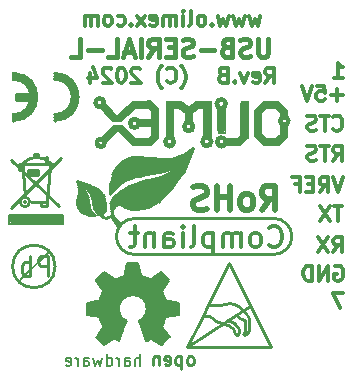
<source format=gbr>
%TF.GenerationSoftware,KiCad,Pcbnew,7.0.9-7.0.9~ubuntu22.04.1*%
%TF.CreationDate,2024-02-22T15:11:35+02:00*%
%TF.ProjectId,USB-SERIAL-L_Rev_B,5553422d-5345-4524-9941-4c2d4c5f5265,B*%
%TF.SameCoordinates,PX5f5e100PY7270e00*%
%TF.FileFunction,Legend,Bot*%
%TF.FilePolarity,Positive*%
%FSLAX46Y46*%
G04 Gerber Fmt 4.6, Leading zero omitted, Abs format (unit mm)*
G04 Created by KiCad (PCBNEW 7.0.9-7.0.9~ubuntu22.04.1) date 2024-02-22 15:11:35*
%MOMM*%
%LPD*%
G01*
G04 APERTURE LIST*
%ADD10C,0.381000*%
%ADD11C,0.317500*%
%ADD12C,0.304800*%
%ADD13C,0.254000*%
%ADD14C,0.180000*%
%ADD15C,0.500000*%
%ADD16C,0.350000*%
%ADD17C,0.400000*%
%ADD18C,0.700000*%
%ADD19C,0.100000*%
%ADD20C,0.150000*%
%ADD21C,0.370000*%
%ADD22C,0.380000*%
%ADD23C,1.000000*%
%ADD24C,0.420000*%
%ADD25C,0.200000*%
%ADD26C,0.127000*%
%ADD27C,0.508000*%
%ADD28C,0.300000*%
G04 APERTURE END LIST*
D10*
X23095656Y28281181D02*
X23095656Y27047467D01*
X23095656Y27047467D02*
X23023085Y26902324D01*
X23023085Y26902324D02*
X22950514Y26829752D01*
X22950514Y26829752D02*
X22805371Y26757181D01*
X22805371Y26757181D02*
X22515085Y26757181D01*
X22515085Y26757181D02*
X22369942Y26829752D01*
X22369942Y26829752D02*
X22297371Y26902324D01*
X22297371Y26902324D02*
X22224799Y27047467D01*
X22224799Y27047467D02*
X22224799Y28281181D01*
X21571657Y26829752D02*
X21353943Y26757181D01*
X21353943Y26757181D02*
X20991085Y26757181D01*
X20991085Y26757181D02*
X20845943Y26829752D01*
X20845943Y26829752D02*
X20773371Y26902324D01*
X20773371Y26902324D02*
X20700800Y27047467D01*
X20700800Y27047467D02*
X20700800Y27192610D01*
X20700800Y27192610D02*
X20773371Y27337752D01*
X20773371Y27337752D02*
X20845943Y27410324D01*
X20845943Y27410324D02*
X20991085Y27482895D01*
X20991085Y27482895D02*
X21281371Y27555467D01*
X21281371Y27555467D02*
X21426514Y27628038D01*
X21426514Y27628038D02*
X21499085Y27700610D01*
X21499085Y27700610D02*
X21571657Y27845752D01*
X21571657Y27845752D02*
X21571657Y27990895D01*
X21571657Y27990895D02*
X21499085Y28136038D01*
X21499085Y28136038D02*
X21426514Y28208610D01*
X21426514Y28208610D02*
X21281371Y28281181D01*
X21281371Y28281181D02*
X20918514Y28281181D01*
X20918514Y28281181D02*
X20700800Y28208610D01*
X19539656Y27555467D02*
X19321942Y27482895D01*
X19321942Y27482895D02*
X19249371Y27410324D01*
X19249371Y27410324D02*
X19176799Y27265181D01*
X19176799Y27265181D02*
X19176799Y27047467D01*
X19176799Y27047467D02*
X19249371Y26902324D01*
X19249371Y26902324D02*
X19321942Y26829752D01*
X19321942Y26829752D02*
X19467085Y26757181D01*
X19467085Y26757181D02*
X20047656Y26757181D01*
X20047656Y26757181D02*
X20047656Y28281181D01*
X20047656Y28281181D02*
X19539656Y28281181D01*
X19539656Y28281181D02*
X19394514Y28208610D01*
X19394514Y28208610D02*
X19321942Y28136038D01*
X19321942Y28136038D02*
X19249371Y27990895D01*
X19249371Y27990895D02*
X19249371Y27845752D01*
X19249371Y27845752D02*
X19321942Y27700610D01*
X19321942Y27700610D02*
X19394514Y27628038D01*
X19394514Y27628038D02*
X19539656Y27555467D01*
X19539656Y27555467D02*
X20047656Y27555467D01*
X18523656Y27337752D02*
X17362514Y27337752D01*
X16709371Y26829752D02*
X16491657Y26757181D01*
X16491657Y26757181D02*
X16128799Y26757181D01*
X16128799Y26757181D02*
X15983657Y26829752D01*
X15983657Y26829752D02*
X15911085Y26902324D01*
X15911085Y26902324D02*
X15838514Y27047467D01*
X15838514Y27047467D02*
X15838514Y27192610D01*
X15838514Y27192610D02*
X15911085Y27337752D01*
X15911085Y27337752D02*
X15983657Y27410324D01*
X15983657Y27410324D02*
X16128799Y27482895D01*
X16128799Y27482895D02*
X16419085Y27555467D01*
X16419085Y27555467D02*
X16564228Y27628038D01*
X16564228Y27628038D02*
X16636799Y27700610D01*
X16636799Y27700610D02*
X16709371Y27845752D01*
X16709371Y27845752D02*
X16709371Y27990895D01*
X16709371Y27990895D02*
X16636799Y28136038D01*
X16636799Y28136038D02*
X16564228Y28208610D01*
X16564228Y28208610D02*
X16419085Y28281181D01*
X16419085Y28281181D02*
X16056228Y28281181D01*
X16056228Y28281181D02*
X15838514Y28208610D01*
X15185370Y27555467D02*
X14677370Y27555467D01*
X14459656Y26757181D02*
X15185370Y26757181D01*
X15185370Y26757181D02*
X15185370Y28281181D01*
X15185370Y28281181D02*
X14459656Y28281181D01*
X12935656Y26757181D02*
X13443656Y27482895D01*
X13806513Y26757181D02*
X13806513Y28281181D01*
X13806513Y28281181D02*
X13225942Y28281181D01*
X13225942Y28281181D02*
X13080799Y28208610D01*
X13080799Y28208610D02*
X13008228Y28136038D01*
X13008228Y28136038D02*
X12935656Y27990895D01*
X12935656Y27990895D02*
X12935656Y27773181D01*
X12935656Y27773181D02*
X13008228Y27628038D01*
X13008228Y27628038D02*
X13080799Y27555467D01*
X13080799Y27555467D02*
X13225942Y27482895D01*
X13225942Y27482895D02*
X13806513Y27482895D01*
X12282513Y26757181D02*
X12282513Y28281181D01*
X11629371Y27192610D02*
X10903657Y27192610D01*
X11774514Y26757181D02*
X11266514Y28281181D01*
X11266514Y28281181D02*
X10758514Y26757181D01*
X9524799Y26757181D02*
X10250513Y26757181D01*
X10250513Y26757181D02*
X10250513Y28281181D01*
X9016799Y27337752D02*
X7855657Y27337752D01*
X6404228Y26757181D02*
X7129942Y26757181D01*
X7129942Y26757181D02*
X7129942Y28281181D01*
D11*
X22434046Y30232651D02*
X22192141Y29385984D01*
X22192141Y29385984D02*
X21950236Y29990746D01*
X21950236Y29990746D02*
X21708332Y29385984D01*
X21708332Y29385984D02*
X21466427Y30232651D01*
X21103570Y30232651D02*
X20861665Y29385984D01*
X20861665Y29385984D02*
X20619760Y29990746D01*
X20619760Y29990746D02*
X20377856Y29385984D01*
X20377856Y29385984D02*
X20135951Y30232651D01*
X19773094Y30232651D02*
X19531189Y29385984D01*
X19531189Y29385984D02*
X19289284Y29990746D01*
X19289284Y29990746D02*
X19047380Y29385984D01*
X19047380Y29385984D02*
X18805475Y30232651D01*
X18321666Y29506937D02*
X18261189Y29446460D01*
X18261189Y29446460D02*
X18321666Y29385984D01*
X18321666Y29385984D02*
X18382142Y29446460D01*
X18382142Y29446460D02*
X18321666Y29506937D01*
X18321666Y29506937D02*
X18321666Y29385984D01*
X17535475Y29385984D02*
X17656427Y29446460D01*
X17656427Y29446460D02*
X17716904Y29506937D01*
X17716904Y29506937D02*
X17777380Y29627889D01*
X17777380Y29627889D02*
X17777380Y29990746D01*
X17777380Y29990746D02*
X17716904Y30111699D01*
X17716904Y30111699D02*
X17656427Y30172175D01*
X17656427Y30172175D02*
X17535475Y30232651D01*
X17535475Y30232651D02*
X17354046Y30232651D01*
X17354046Y30232651D02*
X17233094Y30172175D01*
X17233094Y30172175D02*
X17172618Y30111699D01*
X17172618Y30111699D02*
X17112142Y29990746D01*
X17112142Y29990746D02*
X17112142Y29627889D01*
X17112142Y29627889D02*
X17172618Y29506937D01*
X17172618Y29506937D02*
X17233094Y29446460D01*
X17233094Y29446460D02*
X17354046Y29385984D01*
X17354046Y29385984D02*
X17535475Y29385984D01*
X16386427Y29385984D02*
X16507379Y29446460D01*
X16507379Y29446460D02*
X16567856Y29567413D01*
X16567856Y29567413D02*
X16567856Y30655984D01*
X15902618Y29385984D02*
X15902618Y30232651D01*
X15902618Y30655984D02*
X15963094Y30595508D01*
X15963094Y30595508D02*
X15902618Y30535032D01*
X15902618Y30535032D02*
X15842141Y30595508D01*
X15842141Y30595508D02*
X15902618Y30655984D01*
X15902618Y30655984D02*
X15902618Y30535032D01*
X15297856Y29385984D02*
X15297856Y30232651D01*
X15297856Y30111699D02*
X15237379Y30172175D01*
X15237379Y30172175D02*
X15116427Y30232651D01*
X15116427Y30232651D02*
X14934998Y30232651D01*
X14934998Y30232651D02*
X14814046Y30172175D01*
X14814046Y30172175D02*
X14753570Y30051222D01*
X14753570Y30051222D02*
X14753570Y29385984D01*
X14753570Y30051222D02*
X14693094Y30172175D01*
X14693094Y30172175D02*
X14572141Y30232651D01*
X14572141Y30232651D02*
X14390713Y30232651D01*
X14390713Y30232651D02*
X14269760Y30172175D01*
X14269760Y30172175D02*
X14209284Y30051222D01*
X14209284Y30051222D02*
X14209284Y29385984D01*
X13120713Y29446460D02*
X13241665Y29385984D01*
X13241665Y29385984D02*
X13483570Y29385984D01*
X13483570Y29385984D02*
X13604523Y29446460D01*
X13604523Y29446460D02*
X13664999Y29567413D01*
X13664999Y29567413D02*
X13664999Y30051222D01*
X13664999Y30051222D02*
X13604523Y30172175D01*
X13604523Y30172175D02*
X13483570Y30232651D01*
X13483570Y30232651D02*
X13241665Y30232651D01*
X13241665Y30232651D02*
X13120713Y30172175D01*
X13120713Y30172175D02*
X13060237Y30051222D01*
X13060237Y30051222D02*
X13060237Y29930270D01*
X13060237Y29930270D02*
X13664999Y29809318D01*
X12636904Y29385984D02*
X11971666Y30232651D01*
X12636904Y30232651D02*
X11971666Y29385984D01*
X11487857Y29506937D02*
X11427380Y29446460D01*
X11427380Y29446460D02*
X11487857Y29385984D01*
X11487857Y29385984D02*
X11548333Y29446460D01*
X11548333Y29446460D02*
X11487857Y29506937D01*
X11487857Y29506937D02*
X11487857Y29385984D01*
X10338809Y29446460D02*
X10459761Y29385984D01*
X10459761Y29385984D02*
X10701666Y29385984D01*
X10701666Y29385984D02*
X10822618Y29446460D01*
X10822618Y29446460D02*
X10883095Y29506937D01*
X10883095Y29506937D02*
X10943571Y29627889D01*
X10943571Y29627889D02*
X10943571Y29990746D01*
X10943571Y29990746D02*
X10883095Y30111699D01*
X10883095Y30111699D02*
X10822618Y30172175D01*
X10822618Y30172175D02*
X10701666Y30232651D01*
X10701666Y30232651D02*
X10459761Y30232651D01*
X10459761Y30232651D02*
X10338809Y30172175D01*
X9613095Y29385984D02*
X9734047Y29446460D01*
X9734047Y29446460D02*
X9794524Y29506937D01*
X9794524Y29506937D02*
X9855000Y29627889D01*
X9855000Y29627889D02*
X9855000Y29990746D01*
X9855000Y29990746D02*
X9794524Y30111699D01*
X9794524Y30111699D02*
X9734047Y30172175D01*
X9734047Y30172175D02*
X9613095Y30232651D01*
X9613095Y30232651D02*
X9431666Y30232651D01*
X9431666Y30232651D02*
X9310714Y30172175D01*
X9310714Y30172175D02*
X9250238Y30111699D01*
X9250238Y30111699D02*
X9189762Y29990746D01*
X9189762Y29990746D02*
X9189762Y29627889D01*
X9189762Y29627889D02*
X9250238Y29506937D01*
X9250238Y29506937D02*
X9310714Y29446460D01*
X9310714Y29446460D02*
X9431666Y29385984D01*
X9431666Y29385984D02*
X9613095Y29385984D01*
X8645476Y29385984D02*
X8645476Y30232651D01*
X8645476Y30111699D02*
X8584999Y30172175D01*
X8584999Y30172175D02*
X8464047Y30232651D01*
X8464047Y30232651D02*
X8282618Y30232651D01*
X8282618Y30232651D02*
X8161666Y30172175D01*
X8161666Y30172175D02*
X8101190Y30051222D01*
X8101190Y30051222D02*
X8101190Y29385984D01*
X8101190Y30051222D02*
X8040714Y30172175D01*
X8040714Y30172175D02*
X7919761Y30232651D01*
X7919761Y30232651D02*
X7738333Y30232651D01*
X7738333Y30232651D02*
X7617380Y30172175D01*
X7617380Y30172175D02*
X7556904Y30051222D01*
X7556904Y30051222D02*
X7556904Y29385984D01*
X22857380Y24559984D02*
X23280714Y25164746D01*
X23583095Y24559984D02*
X23583095Y25829984D01*
X23583095Y25829984D02*
X23099285Y25829984D01*
X23099285Y25829984D02*
X22978333Y25769508D01*
X22978333Y25769508D02*
X22917856Y25709032D01*
X22917856Y25709032D02*
X22857380Y25588080D01*
X22857380Y25588080D02*
X22857380Y25406651D01*
X22857380Y25406651D02*
X22917856Y25285699D01*
X22917856Y25285699D02*
X22978333Y25225222D01*
X22978333Y25225222D02*
X23099285Y25164746D01*
X23099285Y25164746D02*
X23583095Y25164746D01*
X21829285Y24620460D02*
X21950237Y24559984D01*
X21950237Y24559984D02*
X22192142Y24559984D01*
X22192142Y24559984D02*
X22313095Y24620460D01*
X22313095Y24620460D02*
X22373571Y24741413D01*
X22373571Y24741413D02*
X22373571Y25225222D01*
X22373571Y25225222D02*
X22313095Y25346175D01*
X22313095Y25346175D02*
X22192142Y25406651D01*
X22192142Y25406651D02*
X21950237Y25406651D01*
X21950237Y25406651D02*
X21829285Y25346175D01*
X21829285Y25346175D02*
X21768809Y25225222D01*
X21768809Y25225222D02*
X21768809Y25104270D01*
X21768809Y25104270D02*
X22373571Y24983318D01*
X21345476Y25406651D02*
X21043095Y24559984D01*
X21043095Y24559984D02*
X20740714Y25406651D01*
X20256905Y24680937D02*
X20196428Y24620460D01*
X20196428Y24620460D02*
X20256905Y24559984D01*
X20256905Y24559984D02*
X20317381Y24620460D01*
X20317381Y24620460D02*
X20256905Y24680937D01*
X20256905Y24680937D02*
X20256905Y24559984D01*
X19228809Y25225222D02*
X19047381Y25164746D01*
X19047381Y25164746D02*
X18986904Y25104270D01*
X18986904Y25104270D02*
X18926428Y24983318D01*
X18926428Y24983318D02*
X18926428Y24801889D01*
X18926428Y24801889D02*
X18986904Y24680937D01*
X18986904Y24680937D02*
X19047381Y24620460D01*
X19047381Y24620460D02*
X19168333Y24559984D01*
X19168333Y24559984D02*
X19652143Y24559984D01*
X19652143Y24559984D02*
X19652143Y25829984D01*
X19652143Y25829984D02*
X19228809Y25829984D01*
X19228809Y25829984D02*
X19107857Y25769508D01*
X19107857Y25769508D02*
X19047381Y25709032D01*
X19047381Y25709032D02*
X18986904Y25588080D01*
X18986904Y25588080D02*
X18986904Y25467127D01*
X18986904Y25467127D02*
X19047381Y25346175D01*
X19047381Y25346175D02*
X19107857Y25285699D01*
X19107857Y25285699D02*
X19228809Y25225222D01*
X19228809Y25225222D02*
X19652143Y25225222D01*
X15733285Y24076175D02*
X15793762Y24136651D01*
X15793762Y24136651D02*
X15914714Y24318080D01*
X15914714Y24318080D02*
X15975190Y24439032D01*
X15975190Y24439032D02*
X16035666Y24620460D01*
X16035666Y24620460D02*
X16096143Y24922841D01*
X16096143Y24922841D02*
X16096143Y25164746D01*
X16096143Y25164746D02*
X16035666Y25467127D01*
X16035666Y25467127D02*
X15975190Y25648556D01*
X15975190Y25648556D02*
X15914714Y25769508D01*
X15914714Y25769508D02*
X15793762Y25950937D01*
X15793762Y25950937D02*
X15733285Y26011413D01*
X14523761Y24680937D02*
X14584237Y24620460D01*
X14584237Y24620460D02*
X14765666Y24559984D01*
X14765666Y24559984D02*
X14886618Y24559984D01*
X14886618Y24559984D02*
X15068047Y24620460D01*
X15068047Y24620460D02*
X15188999Y24741413D01*
X15188999Y24741413D02*
X15249476Y24862365D01*
X15249476Y24862365D02*
X15309952Y25104270D01*
X15309952Y25104270D02*
X15309952Y25285699D01*
X15309952Y25285699D02*
X15249476Y25527603D01*
X15249476Y25527603D02*
X15188999Y25648556D01*
X15188999Y25648556D02*
X15068047Y25769508D01*
X15068047Y25769508D02*
X14886618Y25829984D01*
X14886618Y25829984D02*
X14765666Y25829984D01*
X14765666Y25829984D02*
X14584237Y25769508D01*
X14584237Y25769508D02*
X14523761Y25709032D01*
X14100428Y24076175D02*
X14039952Y24136651D01*
X14039952Y24136651D02*
X13918999Y24318080D01*
X13918999Y24318080D02*
X13858523Y24439032D01*
X13858523Y24439032D02*
X13798047Y24620460D01*
X13798047Y24620460D02*
X13737571Y24922841D01*
X13737571Y24922841D02*
X13737571Y25164746D01*
X13737571Y25164746D02*
X13798047Y25467127D01*
X13798047Y25467127D02*
X13858523Y25648556D01*
X13858523Y25648556D02*
X13918999Y25769508D01*
X13918999Y25769508D02*
X14039952Y25950937D01*
X14039952Y25950937D02*
X14100428Y26011413D01*
X12225666Y25709032D02*
X12165190Y25769508D01*
X12165190Y25769508D02*
X12044237Y25829984D01*
X12044237Y25829984D02*
X11741856Y25829984D01*
X11741856Y25829984D02*
X11620904Y25769508D01*
X11620904Y25769508D02*
X11560428Y25709032D01*
X11560428Y25709032D02*
X11499951Y25588080D01*
X11499951Y25588080D02*
X11499951Y25467127D01*
X11499951Y25467127D02*
X11560428Y25285699D01*
X11560428Y25285699D02*
X12286142Y24559984D01*
X12286142Y24559984D02*
X11499951Y24559984D01*
X10713761Y25829984D02*
X10592808Y25829984D01*
X10592808Y25829984D02*
X10471856Y25769508D01*
X10471856Y25769508D02*
X10411380Y25709032D01*
X10411380Y25709032D02*
X10350904Y25588080D01*
X10350904Y25588080D02*
X10290427Y25346175D01*
X10290427Y25346175D02*
X10290427Y25043794D01*
X10290427Y25043794D02*
X10350904Y24801889D01*
X10350904Y24801889D02*
X10411380Y24680937D01*
X10411380Y24680937D02*
X10471856Y24620460D01*
X10471856Y24620460D02*
X10592808Y24559984D01*
X10592808Y24559984D02*
X10713761Y24559984D01*
X10713761Y24559984D02*
X10834713Y24620460D01*
X10834713Y24620460D02*
X10895189Y24680937D01*
X10895189Y24680937D02*
X10955666Y24801889D01*
X10955666Y24801889D02*
X11016142Y25043794D01*
X11016142Y25043794D02*
X11016142Y25346175D01*
X11016142Y25346175D02*
X10955666Y25588080D01*
X10955666Y25588080D02*
X10895189Y25709032D01*
X10895189Y25709032D02*
X10834713Y25769508D01*
X10834713Y25769508D02*
X10713761Y25829984D01*
X9806618Y25709032D02*
X9746142Y25769508D01*
X9746142Y25769508D02*
X9625189Y25829984D01*
X9625189Y25829984D02*
X9322808Y25829984D01*
X9322808Y25829984D02*
X9201856Y25769508D01*
X9201856Y25769508D02*
X9141380Y25709032D01*
X9141380Y25709032D02*
X9080903Y25588080D01*
X9080903Y25588080D02*
X9080903Y25467127D01*
X9080903Y25467127D02*
X9141380Y25285699D01*
X9141380Y25285699D02*
X9867094Y24559984D01*
X9867094Y24559984D02*
X9080903Y24559984D01*
X7992332Y25406651D02*
X7992332Y24559984D01*
X8294713Y25890460D02*
X8597094Y24983318D01*
X8597094Y24983318D02*
X7810903Y24983318D01*
D12*
X28584475Y17955324D02*
X29007809Y18560086D01*
X29310190Y17955324D02*
X29310190Y19225324D01*
X29310190Y19225324D02*
X28826380Y19225324D01*
X28826380Y19225324D02*
X28705428Y19164848D01*
X28705428Y19164848D02*
X28644951Y19104372D01*
X28644951Y19104372D02*
X28584475Y18983420D01*
X28584475Y18983420D02*
X28584475Y18801991D01*
X28584475Y18801991D02*
X28644951Y18681039D01*
X28644951Y18681039D02*
X28705428Y18620562D01*
X28705428Y18620562D02*
X28826380Y18560086D01*
X28826380Y18560086D02*
X29310190Y18560086D01*
X28221618Y19225324D02*
X27495904Y19225324D01*
X27858761Y17955324D02*
X27858761Y19225324D01*
X27133047Y18015800D02*
X26951618Y17955324D01*
X26951618Y17955324D02*
X26649237Y17955324D01*
X26649237Y17955324D02*
X26528285Y18015800D01*
X26528285Y18015800D02*
X26467809Y18076277D01*
X26467809Y18076277D02*
X26407332Y18197229D01*
X26407332Y18197229D02*
X26407332Y18318181D01*
X26407332Y18318181D02*
X26467809Y18439134D01*
X26467809Y18439134D02*
X26528285Y18499610D01*
X26528285Y18499610D02*
X26649237Y18560086D01*
X26649237Y18560086D02*
X26891142Y18620562D01*
X26891142Y18620562D02*
X27012094Y18681039D01*
X27012094Y18681039D02*
X27072571Y18741515D01*
X27072571Y18741515D02*
X27133047Y18862467D01*
X27133047Y18862467D02*
X27133047Y18983420D01*
X27133047Y18983420D02*
X27072571Y19104372D01*
X27072571Y19104372D02*
X27012094Y19164848D01*
X27012094Y19164848D02*
X26891142Y19225324D01*
X26891142Y19225324D02*
X26588761Y19225324D01*
X26588761Y19225324D02*
X26407332Y19164848D01*
X28669142Y24940324D02*
X29394857Y24940324D01*
X29032000Y24940324D02*
X29032000Y26210324D01*
X29032000Y26210324D02*
X29152952Y26028896D01*
X29152952Y26028896D02*
X29273904Y25907943D01*
X29273904Y25907943D02*
X29394857Y25847467D01*
X29455333Y6779324D02*
X28608666Y6779324D01*
X28608666Y6779324D02*
X29152952Y5509324D01*
X28608666Y10208324D02*
X29032000Y10813086D01*
X29334381Y10208324D02*
X29334381Y11478324D01*
X29334381Y11478324D02*
X28850571Y11478324D01*
X28850571Y11478324D02*
X28729619Y11417848D01*
X28729619Y11417848D02*
X28669142Y11357372D01*
X28669142Y11357372D02*
X28608666Y11236420D01*
X28608666Y11236420D02*
X28608666Y11054991D01*
X28608666Y11054991D02*
X28669142Y10934039D01*
X28669142Y10934039D02*
X28729619Y10873562D01*
X28729619Y10873562D02*
X28850571Y10813086D01*
X28850571Y10813086D02*
X29334381Y10813086D01*
X28185333Y11478324D02*
X27338666Y10208324D01*
X27338666Y11478324D02*
X28185333Y10208324D01*
X29364618Y14145324D02*
X28638904Y14145324D01*
X29001761Y12875324D02*
X29001761Y14145324D01*
X28336523Y14145324D02*
X27489856Y12875324D01*
X27489856Y14145324D02*
X28336523Y12875324D01*
X28584475Y20616277D02*
X28644951Y20555800D01*
X28644951Y20555800D02*
X28826380Y20495324D01*
X28826380Y20495324D02*
X28947332Y20495324D01*
X28947332Y20495324D02*
X29128761Y20555800D01*
X29128761Y20555800D02*
X29249713Y20676753D01*
X29249713Y20676753D02*
X29310190Y20797705D01*
X29310190Y20797705D02*
X29370666Y21039610D01*
X29370666Y21039610D02*
X29370666Y21221039D01*
X29370666Y21221039D02*
X29310190Y21462943D01*
X29310190Y21462943D02*
X29249713Y21583896D01*
X29249713Y21583896D02*
X29128761Y21704848D01*
X29128761Y21704848D02*
X28947332Y21765324D01*
X28947332Y21765324D02*
X28826380Y21765324D01*
X28826380Y21765324D02*
X28644951Y21704848D01*
X28644951Y21704848D02*
X28584475Y21644372D01*
X28221618Y21765324D02*
X27495904Y21765324D01*
X27858761Y20495324D02*
X27858761Y21765324D01*
X27133047Y20555800D02*
X26951618Y20495324D01*
X26951618Y20495324D02*
X26649237Y20495324D01*
X26649237Y20495324D02*
X26528285Y20555800D01*
X26528285Y20555800D02*
X26467809Y20616277D01*
X26467809Y20616277D02*
X26407332Y20737229D01*
X26407332Y20737229D02*
X26407332Y20858181D01*
X26407332Y20858181D02*
X26467809Y20979134D01*
X26467809Y20979134D02*
X26528285Y21039610D01*
X26528285Y21039610D02*
X26649237Y21100086D01*
X26649237Y21100086D02*
X26891142Y21160562D01*
X26891142Y21160562D02*
X27012094Y21221039D01*
X27012094Y21221039D02*
X27072571Y21281515D01*
X27072571Y21281515D02*
X27133047Y21402467D01*
X27133047Y21402467D02*
X27133047Y21523420D01*
X27133047Y21523420D02*
X27072571Y21644372D01*
X27072571Y21644372D02*
X27012094Y21704848D01*
X27012094Y21704848D02*
X26891142Y21765324D01*
X26891142Y21765324D02*
X26588761Y21765324D01*
X26588761Y21765324D02*
X26407332Y21704848D01*
X28729618Y9004848D02*
X28850571Y9065324D01*
X28850571Y9065324D02*
X29031999Y9065324D01*
X29031999Y9065324D02*
X29213428Y9004848D01*
X29213428Y9004848D02*
X29334380Y8883896D01*
X29334380Y8883896D02*
X29394857Y8762943D01*
X29394857Y8762943D02*
X29455333Y8521039D01*
X29455333Y8521039D02*
X29455333Y8339610D01*
X29455333Y8339610D02*
X29394857Y8097705D01*
X29394857Y8097705D02*
X29334380Y7976753D01*
X29334380Y7976753D02*
X29213428Y7855800D01*
X29213428Y7855800D02*
X29031999Y7795324D01*
X29031999Y7795324D02*
X28911047Y7795324D01*
X28911047Y7795324D02*
X28729618Y7855800D01*
X28729618Y7855800D02*
X28669142Y7916277D01*
X28669142Y7916277D02*
X28669142Y8339610D01*
X28669142Y8339610D02*
X28911047Y8339610D01*
X28124857Y7795324D02*
X28124857Y9065324D01*
X28124857Y9065324D02*
X27399142Y7795324D01*
X27399142Y7795324D02*
X27399142Y9065324D01*
X26794381Y7795324D02*
X26794381Y9065324D01*
X26794381Y9065324D02*
X26492000Y9065324D01*
X26492000Y9065324D02*
X26310571Y9004848D01*
X26310571Y9004848D02*
X26189619Y8883896D01*
X26189619Y8883896D02*
X26129142Y8762943D01*
X26129142Y8762943D02*
X26068666Y8521039D01*
X26068666Y8521039D02*
X26068666Y8339610D01*
X26068666Y8339610D02*
X26129142Y8097705D01*
X26129142Y8097705D02*
X26189619Y7976753D01*
X26189619Y7976753D02*
X26310571Y7855800D01*
X26310571Y7855800D02*
X26492000Y7795324D01*
X26492000Y7795324D02*
X26794381Y7795324D01*
X29431142Y16558324D02*
X29007809Y15288324D01*
X29007809Y15288324D02*
X28584475Y16558324D01*
X27435428Y15288324D02*
X27858762Y15893086D01*
X28161143Y15288324D02*
X28161143Y16558324D01*
X28161143Y16558324D02*
X27677333Y16558324D01*
X27677333Y16558324D02*
X27556381Y16497848D01*
X27556381Y16497848D02*
X27495904Y16437372D01*
X27495904Y16437372D02*
X27435428Y16316420D01*
X27435428Y16316420D02*
X27435428Y16134991D01*
X27435428Y16134991D02*
X27495904Y16014039D01*
X27495904Y16014039D02*
X27556381Y15953562D01*
X27556381Y15953562D02*
X27677333Y15893086D01*
X27677333Y15893086D02*
X28161143Y15893086D01*
X26891143Y15953562D02*
X26467809Y15953562D01*
X26286381Y15288324D02*
X26891143Y15288324D01*
X26891143Y15288324D02*
X26891143Y16558324D01*
X26891143Y16558324D02*
X26286381Y16558324D01*
X25318761Y15953562D02*
X25742095Y15953562D01*
X25742095Y15288324D02*
X25742095Y16558324D01*
X25742095Y16558324D02*
X25137333Y16558324D01*
X29394857Y23519134D02*
X28427238Y23519134D01*
X28911047Y23035324D02*
X28911047Y24002943D01*
X27217714Y24305324D02*
X27822476Y24305324D01*
X27822476Y24305324D02*
X27882952Y23700562D01*
X27882952Y23700562D02*
X27822476Y23761039D01*
X27822476Y23761039D02*
X27701523Y23821515D01*
X27701523Y23821515D02*
X27399142Y23821515D01*
X27399142Y23821515D02*
X27278190Y23761039D01*
X27278190Y23761039D02*
X27217714Y23700562D01*
X27217714Y23700562D02*
X27157237Y23579610D01*
X27157237Y23579610D02*
X27157237Y23277229D01*
X27157237Y23277229D02*
X27217714Y23156277D01*
X27217714Y23156277D02*
X27278190Y23095800D01*
X27278190Y23095800D02*
X27399142Y23035324D01*
X27399142Y23035324D02*
X27701523Y23035324D01*
X27701523Y23035324D02*
X27822476Y23095800D01*
X27822476Y23095800D02*
X27882952Y23156277D01*
X26794380Y24305324D02*
X26371047Y23035324D01*
X26371047Y23035324D02*
X25947713Y24305324D01*
D13*
X16579297Y647568D02*
X16684059Y699948D01*
X16684059Y699948D02*
X16736440Y752329D01*
X16736440Y752329D02*
X16788821Y857091D01*
X16788821Y857091D02*
X16788821Y1171377D01*
X16788821Y1171377D02*
X16736440Y1276139D01*
X16736440Y1276139D02*
X16684059Y1328520D01*
X16684059Y1328520D02*
X16579297Y1380901D01*
X16579297Y1380901D02*
X16422154Y1380901D01*
X16422154Y1380901D02*
X16317392Y1328520D01*
X16317392Y1328520D02*
X16265011Y1276139D01*
X16265011Y1276139D02*
X16212630Y1171377D01*
X16212630Y1171377D02*
X16212630Y857091D01*
X16212630Y857091D02*
X16265011Y752329D01*
X16265011Y752329D02*
X16317392Y699948D01*
X16317392Y699948D02*
X16422154Y647568D01*
X16422154Y647568D02*
X16579297Y647568D01*
X15741202Y1380901D02*
X15741202Y280901D01*
X15741202Y1328520D02*
X15636440Y1380901D01*
X15636440Y1380901D02*
X15426916Y1380901D01*
X15426916Y1380901D02*
X15322154Y1328520D01*
X15322154Y1328520D02*
X15269773Y1276139D01*
X15269773Y1276139D02*
X15217392Y1171377D01*
X15217392Y1171377D02*
X15217392Y857091D01*
X15217392Y857091D02*
X15269773Y752329D01*
X15269773Y752329D02*
X15322154Y699948D01*
X15322154Y699948D02*
X15426916Y647568D01*
X15426916Y647568D02*
X15636440Y647568D01*
X15636440Y647568D02*
X15741202Y699948D01*
X14326916Y699948D02*
X14431678Y647568D01*
X14431678Y647568D02*
X14641202Y647568D01*
X14641202Y647568D02*
X14745964Y699948D01*
X14745964Y699948D02*
X14798345Y804710D01*
X14798345Y804710D02*
X14798345Y1223758D01*
X14798345Y1223758D02*
X14745964Y1328520D01*
X14745964Y1328520D02*
X14641202Y1380901D01*
X14641202Y1380901D02*
X14431678Y1380901D01*
X14431678Y1380901D02*
X14326916Y1328520D01*
X14326916Y1328520D02*
X14274535Y1223758D01*
X14274535Y1223758D02*
X14274535Y1118996D01*
X14274535Y1118996D02*
X14798345Y1014234D01*
X13803107Y1380901D02*
X13803107Y647568D01*
X13803107Y1276139D02*
X13750726Y1328520D01*
X13750726Y1328520D02*
X13645964Y1380901D01*
X13645964Y1380901D02*
X13488821Y1380901D01*
X13488821Y1380901D02*
X13384059Y1328520D01*
X13384059Y1328520D02*
X13331678Y1223758D01*
X13331678Y1223758D02*
X13331678Y647568D01*
D14*
X12263797Y598541D02*
X12263797Y1598541D01*
X11835226Y598541D02*
X11835226Y1122351D01*
X11835226Y1122351D02*
X11882845Y1217589D01*
X11882845Y1217589D02*
X11978083Y1265208D01*
X11978083Y1265208D02*
X12120940Y1265208D01*
X12120940Y1265208D02*
X12216178Y1217589D01*
X12216178Y1217589D02*
X12263797Y1169970D01*
X10930464Y598541D02*
X10930464Y1122351D01*
X10930464Y1122351D02*
X10978083Y1217589D01*
X10978083Y1217589D02*
X11073321Y1265208D01*
X11073321Y1265208D02*
X11263797Y1265208D01*
X11263797Y1265208D02*
X11359035Y1217589D01*
X10930464Y646160D02*
X11025702Y598541D01*
X11025702Y598541D02*
X11263797Y598541D01*
X11263797Y598541D02*
X11359035Y646160D01*
X11359035Y646160D02*
X11406654Y741399D01*
X11406654Y741399D02*
X11406654Y836637D01*
X11406654Y836637D02*
X11359035Y931875D01*
X11359035Y931875D02*
X11263797Y979494D01*
X11263797Y979494D02*
X11025702Y979494D01*
X11025702Y979494D02*
X10930464Y1027113D01*
X10454273Y598541D02*
X10454273Y1265208D01*
X10454273Y1074732D02*
X10406654Y1169970D01*
X10406654Y1169970D02*
X10359035Y1217589D01*
X10359035Y1217589D02*
X10263797Y1265208D01*
X10263797Y1265208D02*
X10168559Y1265208D01*
X9406654Y598541D02*
X9406654Y1598541D01*
X9406654Y646160D02*
X9501892Y598541D01*
X9501892Y598541D02*
X9692368Y598541D01*
X9692368Y598541D02*
X9787606Y646160D01*
X9787606Y646160D02*
X9835225Y693780D01*
X9835225Y693780D02*
X9882844Y789018D01*
X9882844Y789018D02*
X9882844Y1074732D01*
X9882844Y1074732D02*
X9835225Y1169970D01*
X9835225Y1169970D02*
X9787606Y1217589D01*
X9787606Y1217589D02*
X9692368Y1265208D01*
X9692368Y1265208D02*
X9501892Y1265208D01*
X9501892Y1265208D02*
X9406654Y1217589D01*
X9025701Y1265208D02*
X8835225Y598541D01*
X8835225Y598541D02*
X8644749Y1074732D01*
X8644749Y1074732D02*
X8454273Y598541D01*
X8454273Y598541D02*
X8263797Y1265208D01*
X7454273Y598541D02*
X7454273Y1122351D01*
X7454273Y1122351D02*
X7501892Y1217589D01*
X7501892Y1217589D02*
X7597130Y1265208D01*
X7597130Y1265208D02*
X7787606Y1265208D01*
X7787606Y1265208D02*
X7882844Y1217589D01*
X7454273Y646160D02*
X7549511Y598541D01*
X7549511Y598541D02*
X7787606Y598541D01*
X7787606Y598541D02*
X7882844Y646160D01*
X7882844Y646160D02*
X7930463Y741399D01*
X7930463Y741399D02*
X7930463Y836637D01*
X7930463Y836637D02*
X7882844Y931875D01*
X7882844Y931875D02*
X7787606Y979494D01*
X7787606Y979494D02*
X7549511Y979494D01*
X7549511Y979494D02*
X7454273Y1027113D01*
X6978082Y598541D02*
X6978082Y1265208D01*
X6978082Y1074732D02*
X6930463Y1169970D01*
X6930463Y1169970D02*
X6882844Y1217589D01*
X6882844Y1217589D02*
X6787606Y1265208D01*
X6787606Y1265208D02*
X6692368Y1265208D01*
X5978082Y646160D02*
X6073320Y598541D01*
X6073320Y598541D02*
X6263796Y598541D01*
X6263796Y598541D02*
X6359034Y646160D01*
X6359034Y646160D02*
X6406653Y741399D01*
X6406653Y741399D02*
X6406653Y1122351D01*
X6406653Y1122351D02*
X6359034Y1217589D01*
X6359034Y1217589D02*
X6263796Y1265208D01*
X6263796Y1265208D02*
X6073320Y1265208D01*
X6073320Y1265208D02*
X5978082Y1217589D01*
X5978082Y1217589D02*
X5930463Y1122351D01*
X5930463Y1122351D02*
X5930463Y1027113D01*
X5930463Y1027113D02*
X6406653Y931875D01*
D13*
X4439268Y8208435D02*
X4439268Y9908435D01*
X4439268Y9908435D02*
X3867839Y9908435D01*
X3867839Y9908435D02*
X3724982Y9827483D01*
X3724982Y9827483D02*
X3653553Y9746530D01*
X3653553Y9746530D02*
X3582125Y9584626D01*
X3582125Y9584626D02*
X3582125Y9341768D01*
X3582125Y9341768D02*
X3653553Y9179864D01*
X3653553Y9179864D02*
X3724982Y9098911D01*
X3724982Y9098911D02*
X3867839Y9017959D01*
X3867839Y9017959D02*
X4439268Y9017959D01*
X2939268Y8208435D02*
X2939268Y9908435D01*
X2939268Y9260816D02*
X2796411Y9341768D01*
X2796411Y9341768D02*
X2510696Y9341768D01*
X2510696Y9341768D02*
X2367839Y9260816D01*
X2367839Y9260816D02*
X2296411Y9179864D01*
X2296411Y9179864D02*
X2224982Y9017959D01*
X2224982Y9017959D02*
X2224982Y8532245D01*
X2224982Y8532245D02*
X2296411Y8370340D01*
X2296411Y8370340D02*
X2367839Y8289387D01*
X2367839Y8289387D02*
X2510696Y8208435D01*
X2510696Y8208435D02*
X2796411Y8208435D01*
X2796411Y8208435D02*
X2939268Y8289387D01*
D15*
X22549634Y13797442D02*
X23216301Y14749823D01*
X23692491Y13797442D02*
X23692491Y15797442D01*
X23692491Y15797442D02*
X22930586Y15797442D01*
X22930586Y15797442D02*
X22740110Y15702204D01*
X22740110Y15702204D02*
X22644872Y15606966D01*
X22644872Y15606966D02*
X22549634Y15416490D01*
X22549634Y15416490D02*
X22549634Y15130776D01*
X22549634Y15130776D02*
X22644872Y14940300D01*
X22644872Y14940300D02*
X22740110Y14845061D01*
X22740110Y14845061D02*
X22930586Y14749823D01*
X22930586Y14749823D02*
X23692491Y14749823D01*
X21406777Y13797442D02*
X21597253Y13892680D01*
X21597253Y13892680D02*
X21692491Y13987919D01*
X21692491Y13987919D02*
X21787729Y14178395D01*
X21787729Y14178395D02*
X21787729Y14749823D01*
X21787729Y14749823D02*
X21692491Y14940300D01*
X21692491Y14940300D02*
X21597253Y15035538D01*
X21597253Y15035538D02*
X21406777Y15130776D01*
X21406777Y15130776D02*
X21121062Y15130776D01*
X21121062Y15130776D02*
X20930586Y15035538D01*
X20930586Y15035538D02*
X20835348Y14940300D01*
X20835348Y14940300D02*
X20740110Y14749823D01*
X20740110Y14749823D02*
X20740110Y14178395D01*
X20740110Y14178395D02*
X20835348Y13987919D01*
X20835348Y13987919D02*
X20930586Y13892680D01*
X20930586Y13892680D02*
X21121062Y13797442D01*
X21121062Y13797442D02*
X21406777Y13797442D01*
X19882967Y13797442D02*
X19882967Y15797442D01*
X19882967Y14845061D02*
X18740110Y14845061D01*
X18740110Y13797442D02*
X18740110Y15797442D01*
X17882967Y13892680D02*
X17597253Y13797442D01*
X17597253Y13797442D02*
X17121062Y13797442D01*
X17121062Y13797442D02*
X16930586Y13892680D01*
X16930586Y13892680D02*
X16835348Y13987919D01*
X16835348Y13987919D02*
X16740110Y14178395D01*
X16740110Y14178395D02*
X16740110Y14368871D01*
X16740110Y14368871D02*
X16835348Y14559347D01*
X16835348Y14559347D02*
X16930586Y14654585D01*
X16930586Y14654585D02*
X17121062Y14749823D01*
X17121062Y14749823D02*
X17502015Y14845061D01*
X17502015Y14845061D02*
X17692491Y14940300D01*
X17692491Y14940300D02*
X17787729Y15035538D01*
X17787729Y15035538D02*
X17882967Y15226014D01*
X17882967Y15226014D02*
X17882967Y15416490D01*
X17882967Y15416490D02*
X17787729Y15606966D01*
X17787729Y15606966D02*
X17692491Y15702204D01*
X17692491Y15702204D02*
X17502015Y15797442D01*
X17502015Y15797442D02*
X17025824Y15797442D01*
X17025824Y15797442D02*
X16740110Y15702204D01*
D16*
X23128193Y10856196D02*
X23212860Y10771529D01*
X23212860Y10771529D02*
X23466860Y10686863D01*
X23466860Y10686863D02*
X23636193Y10686863D01*
X23636193Y10686863D02*
X23890193Y10771529D01*
X23890193Y10771529D02*
X24059527Y10940863D01*
X24059527Y10940863D02*
X24144193Y11110196D01*
X24144193Y11110196D02*
X24228860Y11448863D01*
X24228860Y11448863D02*
X24228860Y11702863D01*
X24228860Y11702863D02*
X24144193Y12041529D01*
X24144193Y12041529D02*
X24059527Y12210863D01*
X24059527Y12210863D02*
X23890193Y12380196D01*
X23890193Y12380196D02*
X23636193Y12464863D01*
X23636193Y12464863D02*
X23466860Y12464863D01*
X23466860Y12464863D02*
X23212860Y12380196D01*
X23212860Y12380196D02*
X23128193Y12295529D01*
X22112193Y10686863D02*
X22281527Y10771529D01*
X22281527Y10771529D02*
X22366193Y10856196D01*
X22366193Y10856196D02*
X22450860Y11025529D01*
X22450860Y11025529D02*
X22450860Y11533529D01*
X22450860Y11533529D02*
X22366193Y11702863D01*
X22366193Y11702863D02*
X22281527Y11787529D01*
X22281527Y11787529D02*
X22112193Y11872196D01*
X22112193Y11872196D02*
X21858193Y11872196D01*
X21858193Y11872196D02*
X21688860Y11787529D01*
X21688860Y11787529D02*
X21604193Y11702863D01*
X21604193Y11702863D02*
X21519527Y11533529D01*
X21519527Y11533529D02*
X21519527Y11025529D01*
X21519527Y11025529D02*
X21604193Y10856196D01*
X21604193Y10856196D02*
X21688860Y10771529D01*
X21688860Y10771529D02*
X21858193Y10686863D01*
X21858193Y10686863D02*
X22112193Y10686863D01*
X20757526Y10686863D02*
X20757526Y11872196D01*
X20757526Y11702863D02*
X20672860Y11787529D01*
X20672860Y11787529D02*
X20503526Y11872196D01*
X20503526Y11872196D02*
X20249526Y11872196D01*
X20249526Y11872196D02*
X20080193Y11787529D01*
X20080193Y11787529D02*
X19995526Y11618196D01*
X19995526Y11618196D02*
X19995526Y10686863D01*
X19995526Y11618196D02*
X19910860Y11787529D01*
X19910860Y11787529D02*
X19741526Y11872196D01*
X19741526Y11872196D02*
X19487526Y11872196D01*
X19487526Y11872196D02*
X19318193Y11787529D01*
X19318193Y11787529D02*
X19233526Y11618196D01*
X19233526Y11618196D02*
X19233526Y10686863D01*
X18386859Y11872196D02*
X18386859Y10094196D01*
X18386859Y11787529D02*
X18217526Y11872196D01*
X18217526Y11872196D02*
X17878859Y11872196D01*
X17878859Y11872196D02*
X17709526Y11787529D01*
X17709526Y11787529D02*
X17624859Y11702863D01*
X17624859Y11702863D02*
X17540193Y11533529D01*
X17540193Y11533529D02*
X17540193Y11025529D01*
X17540193Y11025529D02*
X17624859Y10856196D01*
X17624859Y10856196D02*
X17709526Y10771529D01*
X17709526Y10771529D02*
X17878859Y10686863D01*
X17878859Y10686863D02*
X18217526Y10686863D01*
X18217526Y10686863D02*
X18386859Y10771529D01*
X16524192Y10686863D02*
X16693526Y10771529D01*
X16693526Y10771529D02*
X16778192Y10940863D01*
X16778192Y10940863D02*
X16778192Y12464863D01*
X15846859Y10686863D02*
X15846859Y11872196D01*
X15846859Y12464863D02*
X15931526Y12380196D01*
X15931526Y12380196D02*
X15846859Y12295529D01*
X15846859Y12295529D02*
X15762193Y12380196D01*
X15762193Y12380196D02*
X15846859Y12464863D01*
X15846859Y12464863D02*
X15846859Y12295529D01*
X14238192Y10686863D02*
X14238192Y11618196D01*
X14238192Y11618196D02*
X14322859Y11787529D01*
X14322859Y11787529D02*
X14492192Y11872196D01*
X14492192Y11872196D02*
X14830859Y11872196D01*
X14830859Y11872196D02*
X15000192Y11787529D01*
X14238192Y10771529D02*
X14407526Y10686863D01*
X14407526Y10686863D02*
X14830859Y10686863D01*
X14830859Y10686863D02*
X15000192Y10771529D01*
X15000192Y10771529D02*
X15084859Y10940863D01*
X15084859Y10940863D02*
X15084859Y11110196D01*
X15084859Y11110196D02*
X15000192Y11279529D01*
X15000192Y11279529D02*
X14830859Y11364196D01*
X14830859Y11364196D02*
X14407526Y11364196D01*
X14407526Y11364196D02*
X14238192Y11448863D01*
X13391525Y11872196D02*
X13391525Y10686863D01*
X13391525Y11702863D02*
X13306859Y11787529D01*
X13306859Y11787529D02*
X13137525Y11872196D01*
X13137525Y11872196D02*
X12883525Y11872196D01*
X12883525Y11872196D02*
X12714192Y11787529D01*
X12714192Y11787529D02*
X12629525Y11618196D01*
X12629525Y11618196D02*
X12629525Y10686863D01*
X12036858Y11872196D02*
X11359525Y11872196D01*
X11782858Y12464863D02*
X11782858Y10940863D01*
X11782858Y10940863D02*
X11698192Y10771529D01*
X11698192Y10771529D02*
X11528858Y10686863D01*
X11528858Y10686863D02*
X11359525Y10686863D01*
D17*
X9185735Y22857700D02*
G75*
G03*
X9185735Y22857700I-359435J0D01*
G01*
X9244666Y19466800D02*
G75*
G03*
X9244666Y19466800I-329466J0D01*
G01*
X12119659Y21117800D02*
G75*
G03*
X12119659Y21117800I-359659J0D01*
G01*
X15107729Y19555700D02*
G75*
G03*
X15107729Y19555700I-363229J0D01*
G01*
X16728318Y20838400D02*
G75*
G03*
X16728318Y20838400I-370918J0D01*
G01*
X18253759Y19568400D02*
G75*
G03*
X18253759Y19568400I-359659J0D01*
G01*
X19486818Y22768800D02*
G75*
G03*
X19486818Y22768800I-373518J0D01*
G01*
X19492324Y19543000D02*
G75*
G03*
X19492324Y19543000I-366324J0D01*
G01*
X24784747Y21321000D02*
G75*
G03*
X24784747Y21321000I-337447J0D01*
G01*
D18*
X9194600Y22502100D02*
X10058200Y21608400D01*
X9245400Y19822400D02*
X10083600Y20635200D01*
D15*
X10591600Y20736800D02*
X10058200Y20736800D01*
X10617000Y21511500D02*
X10058200Y21511500D01*
D19*
X11620300Y23022800D02*
X10363000Y21778200D01*
X11671100Y23022800D02*
X11620300Y23022800D01*
D18*
X11734600Y22692600D02*
X10642400Y21625800D01*
X11734600Y19517600D02*
X10591600Y20635200D01*
X12268000Y21117800D02*
X13487200Y21117800D01*
X12956500Y22692600D02*
X11734600Y22692600D01*
D19*
X13042700Y23022800D02*
X11671100Y23022800D01*
D18*
X13055400Y19517600D02*
X11734600Y19517600D01*
X13487200Y22210000D02*
X13004600Y22718000D01*
X13487200Y22184600D02*
X13487200Y19949400D01*
X13487200Y19949400D02*
X13055400Y19517600D01*
D19*
X14414300Y22984700D02*
X15709700Y22984700D01*
X14414300Y22972000D02*
X14414300Y22984700D01*
X14414300Y19962100D02*
X14414300Y22972000D01*
X14566700Y22908500D02*
X14465100Y22908500D01*
D18*
X14744500Y22679900D02*
X14744500Y20076400D01*
X15646200Y22667200D02*
X14757200Y22667200D01*
D19*
X15709700Y22984700D02*
X15735100Y22984700D01*
X15735100Y22984700D02*
X16357400Y22489400D01*
D18*
X16281200Y22159200D02*
X15646200Y22667200D01*
X16357400Y21371800D02*
X16357400Y22083000D01*
D19*
X16979700Y22984700D02*
X16395500Y22502100D01*
D18*
X17068600Y22667200D02*
X16459000Y22159200D01*
X17906800Y22667200D02*
X17068600Y22667200D01*
X17906800Y20076400D02*
X17906800Y22667200D01*
D19*
X18071900Y22921200D02*
X18148100Y22921200D01*
X18224300Y22984700D02*
X16979700Y22984700D01*
X18224300Y19987500D02*
X18224300Y22972000D01*
X18808500Y20330400D02*
X18808500Y22349700D01*
X18833900Y20330400D02*
X18808500Y20330400D01*
X18960900Y20393900D02*
X18872000Y20393900D01*
D18*
X19126000Y22235400D02*
X19126000Y20635200D01*
D19*
X19303800Y20393900D02*
X19367300Y20393900D01*
X19443500Y22349700D02*
X19443500Y20330400D01*
X19443500Y20330400D02*
X18833900Y20330400D01*
D18*
X19638800Y19517600D02*
X20624600Y19517600D01*
X20624600Y19517600D02*
X21081800Y19974800D01*
D19*
X20764300Y23035500D02*
X20764300Y20000200D01*
X20942100Y22959300D02*
X20827800Y22959300D01*
X21069100Y23035500D02*
X20764300Y23035500D01*
X21081800Y23035500D02*
X21361200Y23035500D01*
D18*
X21081800Y19962100D02*
X21081800Y22692600D01*
D19*
X21246900Y22946600D02*
X21310400Y22959300D01*
X21361200Y23035500D02*
X21373900Y23035500D01*
X21373900Y23035500D02*
X21386600Y23035500D01*
X21386600Y23035500D02*
X21386600Y19885900D01*
D18*
X22237500Y22083000D02*
X22237500Y20152600D01*
X22250200Y20114500D02*
X22809000Y19530300D01*
X22859800Y22692600D02*
X23863100Y22692600D01*
X22859800Y22679900D02*
X22224800Y22070300D01*
X23888500Y19504900D02*
X22847100Y19504900D01*
X24447300Y20063700D02*
X24447300Y20825700D01*
X24460000Y22095700D02*
X23952000Y22603700D01*
X24460000Y22044900D02*
X24460000Y21803600D01*
X24460000Y20076400D02*
X23875800Y19504900D01*
D13*
X23317000Y2144000D02*
X16205000Y2144000D01*
X21539000Y5636500D02*
X16205000Y2144000D01*
X21475500Y4620500D02*
X21475500Y3541000D01*
X21094500Y3414000D02*
X21158000Y3414000D01*
X21094500Y3414000D02*
X21094500Y4430000D01*
X21031000Y3223500D02*
X21031000Y3350500D01*
X20523000Y3223500D02*
X20370600Y3223500D01*
X19761000Y9256000D02*
X23317000Y2144000D01*
X19164100Y5700000D02*
X17983000Y5700000D01*
X17983000Y5700000D02*
X19761000Y9256000D01*
X17538500Y4811000D02*
X17983000Y5700000D01*
X17538500Y4811000D02*
X17856000Y4811000D01*
X16205000Y2144000D02*
X17538500Y4811000D01*
X21094500Y3160000D02*
G75*
G03*
X21475500Y3541000I0J381000D01*
G01*
X21475485Y4620500D02*
G75*
G03*
X21286048Y4936424I-357985J100D01*
G01*
X20967500Y5255500D02*
G75*
G03*
X21283549Y4937858I794860J474820D01*
G01*
X21285000Y3287000D02*
G75*
G03*
X21158000Y3414000I-127000J0D01*
G01*
X20395998Y4874498D02*
G75*
G03*
X21092935Y4428155I850962J561442D01*
G01*
X21031063Y3223497D02*
G75*
G03*
X21092071Y3157456I63437J-2597D01*
G01*
X21094500Y3414000D02*
G75*
G03*
X21031000Y3350500I0J-63500D01*
G01*
X20523000Y3223501D02*
G75*
G03*
X20649966Y3350400I-63500J190499D01*
G01*
X20649999Y3350500D02*
G75*
G03*
X20649067Y3667326I-317499J157480D01*
G01*
X20332500Y3223500D02*
G75*
G03*
X19760915Y3984035I-855980J-48260D01*
G01*
X20650000Y3668000D02*
G75*
G03*
X19698708Y4428834I-1236980J-571500D01*
G01*
X20967500Y5255500D02*
G75*
G03*
X19380721Y5763321I-1120140J-767080D01*
G01*
X19164100Y5699996D02*
G75*
G03*
X19379915Y5761887I33100J291804D01*
G01*
X19761000Y3985500D02*
G75*
G03*
X19321275Y4111506I-1265300J-3585300D01*
G01*
X18364000Y4620500D02*
G75*
G03*
X19186462Y4174425I970350J807850D01*
G01*
X18363995Y4620496D02*
G75*
G03*
X17855301Y4810526I-444495J-413996D01*
G01*
D20*
X15501420Y5918440D02*
X14330480Y6121640D01*
X15498880Y4922760D02*
X14427000Y4727180D01*
X15498880Y5915900D02*
X15498880Y4930380D01*
D21*
X15361720Y5824460D02*
X14343180Y6004800D01*
X15359180Y5034520D02*
X14409220Y4816080D01*
D20*
X15349020Y5672060D02*
X14233960Y5918440D01*
D22*
X15349020Y5811760D02*
X15354100Y5024360D01*
D20*
X15206780Y5727940D02*
X15206780Y5077700D01*
D23*
X14891820Y5430760D02*
X13474500Y5491720D01*
D20*
X14736880Y3015220D02*
X14139980Y3878820D01*
X14714020Y7836140D02*
X14040920Y8549880D01*
X14693700Y7800580D02*
X14099340Y6947140D01*
D22*
X14571780Y3033000D02*
X14007900Y2494520D01*
D21*
X14556540Y3033000D02*
X14023140Y3866120D01*
D22*
X14551460Y7831060D02*
X14051080Y8364460D01*
D21*
X14541300Y7808200D02*
X13985040Y6957300D01*
D20*
X14432080Y6116560D02*
X14096800Y6949680D01*
D21*
X14381280Y4793220D02*
X14023140Y3909300D01*
X14312700Y6040360D02*
X13964720Y6906500D01*
D23*
X14094260Y4943080D02*
X13388140Y5070080D01*
D20*
X14058700Y8288260D02*
X13174780Y7566900D01*
X14028220Y8552420D02*
X13057940Y7836140D01*
X14007900Y2319260D02*
X14729260Y3012680D01*
D21*
X14002820Y8389860D02*
X13174780Y7737080D01*
D17*
X13995200Y2494520D02*
X13215420Y3025380D01*
D23*
X13906300Y7716760D02*
X12844580Y6609320D01*
X13855500Y3226040D02*
X13002060Y4247120D01*
X13845340Y4297920D02*
X13281460Y4777980D01*
D20*
X13819940Y6939520D02*
X14206020Y5941300D01*
X13814860Y6934440D02*
X14416840Y7843760D01*
D23*
X13769140Y6187680D02*
X13327180Y6027660D01*
X13593880Y6667740D02*
X13136680Y6378180D01*
D21*
X13205260Y3043160D02*
X12887760Y2837420D01*
D23*
X13179860Y3398760D02*
X12814100Y4160760D01*
D20*
X13174780Y2890760D02*
X14000280Y2326880D01*
X13169700Y7569440D02*
X12186720Y8062200D01*
X13162080Y2880600D02*
X12816640Y2659620D01*
D21*
X13113820Y7747240D02*
X12268000Y8153640D01*
D20*
X13093500Y7904720D02*
X12189260Y8283180D01*
X13083340Y5710160D02*
X12951260Y4887200D01*
X12946180Y4856720D02*
X12852200Y4686540D01*
X12946180Y4856720D02*
X12852200Y4686540D01*
D24*
X12859820Y2857740D02*
X12308640Y4280140D01*
D20*
X12839500Y4656060D02*
X12532160Y4389360D01*
X12778540Y2677400D02*
X12128300Y4346180D01*
X12722660Y4635740D02*
X12463580Y4297920D01*
X12659160Y6446760D02*
X13078260Y5715240D01*
D23*
X12595660Y7444980D02*
X12420400Y7086840D01*
D20*
X12354360Y4521440D02*
X12128300Y4346180D01*
D23*
X12161320Y7704060D02*
X11993680Y7094460D01*
D20*
X12105440Y9299180D02*
X12306100Y8273020D01*
X12095280Y9306800D02*
X11130080Y9306800D01*
D21*
X12016540Y9200120D02*
X11231680Y9200120D01*
X12008920Y9187420D02*
X12214660Y8173960D01*
D20*
X11787940Y6876020D02*
X12659160Y6446760D01*
D23*
X11645700Y8692120D02*
X11640620Y7178280D01*
D21*
X11249460Y9179800D02*
X11036100Y8161260D01*
D20*
X11130080Y9306800D02*
X10904020Y8135860D01*
D21*
X11036100Y8161260D02*
X10134400Y7711680D01*
D20*
X10990380Y4064240D02*
X11112300Y4348720D01*
X10972600Y6708380D02*
X11787940Y6868400D01*
X10914180Y8217140D02*
X10109000Y7879320D01*
D23*
X10896400Y7688820D02*
X11117380Y7003020D01*
D20*
X10853220Y4518900D02*
X11107220Y4353800D01*
X10830360Y4325860D02*
X10302040Y2944100D01*
X10787180Y4267440D02*
X10609380Y4389360D01*
X10609380Y4389360D02*
X10233460Y5100560D01*
D23*
X10469680Y4160760D02*
X9288580Y3147300D01*
X10469680Y4252200D02*
X10136940Y3520680D01*
D20*
X10462060Y6279120D02*
X10972600Y6708380D01*
X10439200Y2646920D02*
X10825280Y3627360D01*
D21*
X10401100Y2860280D02*
X10975140Y4300460D01*
D23*
X10355380Y4297920D02*
X9738160Y3970260D01*
X10309660Y7437360D02*
X10728760Y6850620D01*
D20*
X10233460Y5100560D02*
X10233460Y5618720D01*
X10228380Y5606020D02*
X10462060Y6279120D01*
X10228380Y7831060D02*
X9217460Y8504160D01*
D21*
X10121700Y7716760D02*
X9217460Y8351200D01*
D20*
X10091220Y2946640D02*
X9214920Y2326880D01*
D21*
X10063280Y3045700D02*
X10401100Y2860280D01*
D23*
X10035340Y4717020D02*
X9425740Y4610340D01*
D20*
X9910880Y2974580D02*
X10439200Y2646920D01*
D23*
X9440980Y6568680D02*
X10096300Y6202920D01*
X9380020Y7635480D02*
X10492540Y6568680D01*
D21*
X9280960Y7010640D02*
X8940600Y6073380D01*
X9278420Y3927080D02*
X8658660Y3040620D01*
X9227620Y2479280D02*
X10063280Y3045700D01*
D20*
X9227620Y2641840D02*
X10048040Y3170160D01*
D21*
X9217460Y8349220D02*
X8663740Y7803120D01*
X9212380Y2486900D02*
X8658660Y3033000D01*
D20*
X9212380Y8506700D02*
X8518960Y7815820D01*
X9204760Y2331960D02*
X8521500Y3022840D01*
D23*
X9199680Y5875260D02*
X9921040Y5727940D01*
D20*
X9128560Y6926820D02*
X8762800Y6058140D01*
D21*
X8940600Y6073380D02*
X7858560Y5844780D01*
D20*
X8879640Y4709400D02*
X7756960Y4920220D01*
D21*
X8872020Y4838940D02*
X9278420Y3927080D01*
D20*
X8808520Y3106660D02*
X9293660Y2575800D01*
X8775500Y4742420D02*
X9156500Y3761980D01*
D21*
X8663740Y7800580D02*
X9280960Y7010640D01*
D20*
X8513880Y7808200D02*
X9217460Y6817600D01*
D23*
X8389420Y5451080D02*
X9857540Y5364720D01*
D21*
X7858560Y5009120D02*
X8872020Y4838940D01*
X7858560Y5844780D02*
X7858560Y5009120D01*
D20*
X7825540Y5156440D02*
X8932980Y4932920D01*
X7741720Y5898120D02*
X7744260Y4940540D01*
D21*
X12458500Y4470640D02*
G75*
G03*
X12534700Y6324840I-889000J965200D01*
G01*
X10594140Y6167360D02*
G75*
G03*
X10964981Y4303001I1117598J-746760D01*
G01*
X12509300Y6350240D02*
G75*
G03*
X10583980Y6152120I-863600J-1061719D01*
G01*
D25*
X2090220Y7838680D02*
X4523540Y10259300D01*
D13*
X5053237Y9002000D02*
G75*
G03*
X5053237Y9002000I-1802237J0D01*
G01*
D20*
X5743000Y12608000D02*
X5743000Y13370000D01*
X5743000Y13370000D02*
X1171000Y13370000D01*
X5692200Y12709600D02*
X1272600Y12709600D01*
X5692200Y13014400D02*
X1221800Y13014400D01*
X5692200Y13166800D02*
X1272600Y13166800D01*
X5692200Y13217600D02*
X1221800Y13217600D01*
D13*
X5537000Y18146000D02*
X1346000Y13955000D01*
X5410000Y14082000D02*
X1346000Y18019000D01*
X4902000Y17638000D02*
X1981000Y17638000D01*
X4394000Y14082000D02*
X3886000Y14082000D01*
X4394000Y14463000D02*
X4648000Y17511000D01*
X4394000Y14463000D02*
X4394000Y14082000D01*
X4394000Y14463000D02*
X2997000Y14463000D01*
X4394000Y17765000D02*
X4394000Y18273000D01*
X4394000Y18273000D02*
X4267000Y18273000D01*
X4267000Y18273000D02*
X4267000Y17765000D01*
X3886000Y14082000D02*
X3886000Y14336000D01*
X3632000Y16749000D02*
X3632000Y17130000D01*
X3632000Y17130000D02*
X2743000Y17130000D01*
X3632000Y18400000D02*
X3251000Y18400000D01*
X3632000Y18527000D02*
X3632000Y18400000D01*
X3505000Y17003000D02*
X2870000Y17003000D01*
X3251000Y18400000D02*
X3251000Y18527000D01*
X3251000Y18527000D02*
X3632000Y18527000D01*
X2743000Y16749000D02*
X3632000Y16749000D01*
X2743000Y17130000D02*
X2743000Y16749000D01*
X2489000Y14971000D02*
X2362000Y17003000D01*
X2362000Y17130000D02*
X1981000Y17130000D01*
X2362000Y17638000D02*
X2362000Y17130000D01*
X2235000Y17130000D02*
X2235000Y17511000D01*
X2235000Y17511000D02*
X2235000Y17384000D01*
X2235000Y17511000D02*
X2235000Y17384000D01*
X2235000Y17511000D02*
X2108000Y17511000D01*
X2235000Y17638000D02*
X2108000Y17257000D01*
X2108000Y17511000D02*
X2108000Y17130000D01*
X1981000Y17130000D02*
X1981000Y17638000D01*
D20*
X1272600Y12811200D02*
X5641400Y12811200D01*
X1221800Y12912800D02*
X5641400Y12912800D01*
X1221800Y13065200D02*
X5641400Y13065200D01*
X1221800Y13319200D02*
X5641400Y13319200D01*
X1171000Y12608000D02*
X5743000Y12608000D01*
X1171000Y13370000D02*
X1171000Y12608000D01*
D13*
X4648000Y17765000D02*
G75*
G03*
X2362000Y17765000I-1143000J-1143000D01*
G01*
D26*
X2616000Y14463000D02*
G75*
G03*
X2616000Y14463000I-127000J0D01*
G01*
D13*
X2890609Y14463000D02*
G75*
G03*
X2890609Y14463000I-401609J0D01*
G01*
X23571000Y10018000D02*
X11760000Y10018000D01*
X16713000Y19035000D02*
X15851940Y18415240D01*
X16713000Y19035000D02*
X15846860Y16919180D01*
D27*
X16332000Y18527000D02*
X15824000Y17638000D01*
D13*
X16332000Y18527000D02*
X15318540Y17889460D01*
D27*
X15824000Y17638000D02*
X15697000Y17130000D01*
X15697000Y17130000D02*
X15318540Y16622000D01*
X15443000Y17638000D02*
X10871000Y17638000D01*
X15318540Y16622000D02*
X15318540Y17003000D01*
X15318540Y17003000D02*
X15697000Y17889460D01*
D13*
X15318540Y17384000D02*
X15036600Y17036020D01*
D27*
X15318540Y17889460D02*
X14173000Y17889460D01*
X15189000Y16495000D02*
X14808000Y15987000D01*
X14935000Y17511000D02*
X15443000Y17638000D01*
X14808000Y15987000D02*
X14554000Y15606000D01*
X14808000Y16368000D02*
X14046000Y15733000D01*
X14554000Y15606000D02*
X13665000Y14717000D01*
X14173000Y16368000D02*
X14935000Y16749000D01*
X14173000Y17889460D02*
X13157000Y18019000D01*
D13*
X14134900Y18077420D02*
X11986060Y18273000D01*
D27*
X14046000Y15733000D02*
X13919000Y15860000D01*
D13*
X13931700Y16969980D02*
X15318540Y17384000D01*
D27*
X13919000Y15352000D02*
X13792000Y15479000D01*
X13919000Y15860000D02*
X13792000Y15860000D01*
D13*
X13863120Y14531580D02*
X13827560Y14496020D01*
D27*
X13792000Y15225000D02*
X13919000Y15352000D01*
X13792000Y15479000D02*
X13284000Y15479000D01*
X13792000Y15860000D02*
X12649000Y15733000D01*
X13665000Y14717000D02*
X13157000Y14336000D01*
X13665000Y17130000D02*
X14935000Y17511000D01*
X13436400Y16114000D02*
X14173000Y16368000D01*
X13284000Y15479000D02*
X12268000Y15225000D01*
X13157000Y14336000D02*
X12268000Y14082000D01*
X13157000Y14717000D02*
X13792000Y15225000D01*
X13157000Y18019000D02*
X11506000Y18019000D01*
D13*
X13009680Y16284180D02*
X12699800Y16223220D01*
D27*
X12826800Y16114000D02*
X13436400Y16114000D01*
X12649000Y14590000D02*
X13157000Y14717000D01*
X12649000Y15733000D02*
X11633000Y15479000D01*
X12522000Y17003000D02*
X13665000Y17130000D01*
X12395000Y17003000D02*
X12522000Y17003000D01*
X12268000Y14082000D02*
X11379000Y14082000D01*
X12268000Y14463000D02*
X12649000Y14590000D01*
X12268000Y15225000D02*
X12014000Y15225000D01*
D13*
X12064800Y16680420D02*
X12582960Y16754080D01*
D27*
X12014000Y14844000D02*
X13284000Y15098000D01*
X12014000Y15225000D02*
X11506000Y14971000D01*
D13*
X11958120Y13828000D02*
X11442500Y13828000D01*
D27*
X11887000Y17003000D02*
X12395000Y17003000D01*
D13*
X11760000Y13066000D02*
X23571000Y13066000D01*
D27*
X11633000Y14463000D02*
X12268000Y14463000D01*
X11633000Y14717000D02*
X12014000Y14844000D01*
X11633000Y15479000D02*
X10998000Y14971000D01*
X11506000Y14844000D02*
X11633000Y14717000D01*
X11506000Y14971000D02*
X11506000Y14844000D01*
X11506000Y18019000D02*
X10871000Y17638000D01*
X11429800Y15631400D02*
X12826800Y16114000D01*
X11379000Y14082000D02*
X10617000Y14590000D01*
X11252000Y14590000D02*
X11633000Y14463000D01*
X11252000Y16622000D02*
X11887000Y17003000D01*
X11125000Y16622000D02*
X10871000Y17130000D01*
X10998000Y14590000D02*
X11252000Y14590000D01*
X10998000Y14971000D02*
X10871000Y14844000D01*
D13*
X10904020Y14048980D02*
X10850680Y14102320D01*
D27*
X10871000Y14844000D02*
X10998000Y14590000D01*
X10871000Y17130000D02*
X10871000Y17384000D01*
X10871000Y17130000D02*
X10490000Y16622000D01*
X10871000Y17384000D02*
X15824000Y17460200D01*
X10871000Y17638000D02*
X10871000Y17384000D01*
X10871000Y17638000D02*
X10363000Y17130000D01*
D13*
X10789720Y16172420D02*
X10797340Y16177500D01*
D27*
X10744000Y15225000D02*
X11429800Y15631400D01*
X10744000Y17003000D02*
X12395000Y17003000D01*
D13*
X10617000Y12558000D02*
X10126780Y13048220D01*
D27*
X10617000Y14590000D02*
X10236000Y14463000D01*
D13*
X10490000Y12431000D02*
X9982000Y13193000D01*
X10490000Y12558000D02*
X10304580Y12743420D01*
D27*
X10490000Y16241000D02*
X11125000Y16622000D01*
X10363000Y17130000D02*
X10109000Y16622000D01*
X10236000Y14463000D02*
X9982000Y14209000D01*
X10236000Y14717000D02*
X10744000Y15225000D01*
D13*
X10144560Y14953220D02*
X9974380Y14765260D01*
X10131860Y14102320D02*
X9855000Y13828000D01*
D27*
X10109000Y16622000D02*
X9982000Y15606000D01*
X9982000Y14209000D02*
X10236000Y14717000D01*
X9982000Y15606000D02*
X10490000Y16241000D01*
D13*
X9936280Y16756620D02*
X9788960Y16157180D01*
X9855000Y13320000D02*
X9750860Y13213320D01*
X9855000Y13655280D02*
X9855000Y13701000D01*
X9832140Y13873720D02*
X9855000Y13828000D01*
X9730540Y15098000D02*
X9733080Y15100540D01*
X9730540Y15479000D02*
X9730540Y15098000D01*
X9220000Y13955000D02*
X8458000Y13955000D01*
X9220000Y14059140D02*
X9220000Y14082000D01*
X9220000Y14082000D02*
X9220000Y14336000D01*
X9220000Y14082000D02*
X8458000Y14082000D01*
X9220000Y14336000D02*
X9093000Y14336000D01*
X9146340Y14940520D02*
X9093000Y15034500D01*
X9100620Y13185380D02*
X8966000Y13320000D01*
X9093000Y13701000D02*
X9093000Y13574000D01*
X9093000Y13701000D02*
X8585000Y13701000D01*
X9093000Y13828000D02*
X9093000Y13701000D01*
X9093000Y13828000D02*
X8458000Y13828000D01*
X9093000Y14209000D02*
X9093000Y13828000D01*
X9093000Y14209000D02*
X8458000Y14209000D01*
X9093000Y14336000D02*
X9093000Y14209000D01*
X9093000Y14336000D02*
X8966000Y14336000D01*
X8966000Y13320000D02*
X9263180Y13739100D01*
X8966000Y14336000D02*
X8966000Y13701000D01*
X8966000Y14336000D02*
X8585000Y14336000D01*
X8953300Y13320000D02*
X8966000Y13320000D01*
X8663740Y13444460D02*
X8691680Y13416520D01*
X8585000Y14336000D02*
X8585000Y13828000D01*
X8585000Y14336000D02*
X8331000Y14336000D01*
X8371640Y15679660D02*
X7950000Y15860000D01*
X8331000Y14336000D02*
X8839000Y13447000D01*
X8331000Y14463000D02*
X9220000Y14463000D01*
X8331000Y14590000D02*
X9220000Y14590000D01*
X8331000Y14717000D02*
X9093000Y14717000D01*
X8331000Y14844000D02*
X9093000Y14844000D01*
X8280200Y14513800D02*
X8280200Y14521420D01*
X8204000Y13447000D02*
X7696000Y13447000D01*
X8204000Y14971000D02*
X9093000Y14971000D01*
X8204000Y15098000D02*
X8966000Y15098000D01*
X8077000Y13574000D02*
X7442000Y13574000D01*
X8077000Y15225000D02*
X8839000Y15225000D01*
X8077000Y15352000D02*
X8712000Y15352000D01*
X8051600Y13320000D02*
X8407200Y13320000D01*
X7950000Y13701000D02*
X7315000Y13701000D01*
X7950000Y13828000D02*
X7188000Y13828000D01*
X7950000Y15479000D02*
X8458000Y15479000D01*
X7950000Y15733000D02*
X7188000Y15733000D01*
X7950000Y15860000D02*
X6934000Y16241000D01*
X7899200Y13955000D02*
X7061000Y13955000D01*
X7873800Y14511260D02*
X7899200Y14120100D01*
X7823000Y14082000D02*
X7061000Y14082000D01*
X7823000Y14209000D02*
X7061000Y14209000D01*
X7823000Y14336000D02*
X7061000Y14336000D01*
X7823000Y14463000D02*
X7061000Y14463000D01*
X7823000Y14590000D02*
X7061000Y14590000D01*
X7823000Y14717000D02*
X7061000Y14717000D01*
X7823000Y14844000D02*
X7188000Y14844000D01*
X7696000Y14971000D02*
X7188000Y14971000D01*
X7696000Y15098000D02*
X7188000Y15098000D01*
X7696000Y15860000D02*
X7061000Y15860000D01*
X7569000Y15987000D02*
X7061000Y15987000D01*
X7442000Y15606000D02*
X8331000Y15606000D01*
X7442000Y15606000D02*
X7442000Y15098000D01*
X7315000Y15606000D02*
X7442000Y15606000D01*
X7315000Y15606000D02*
X7315000Y15098000D01*
X7248960Y13640040D02*
X7271820Y13617180D01*
X7188000Y15606000D02*
X7315000Y15606000D01*
X6934000Y16241000D02*
X7068620Y15702520D01*
X23571000Y10018000D02*
G75*
G03*
X25095000Y11542000I1J1523999D01*
G01*
X25095000Y11542000D02*
G75*
G03*
X23571000Y13066000I-1524000J0D01*
G01*
X14134901Y18077424D02*
G75*
G03*
X15849952Y18417479I447039J2240296D01*
G01*
X13863119Y14531581D02*
G75*
G03*
X15844464Y16913553I-6362019J7307019D01*
G01*
X13009680Y16284181D02*
G75*
G03*
X15036541Y17034222I-604580J4747419D01*
G01*
X12582960Y16754074D02*
G75*
G03*
X13925379Y16969814I-470260J7210526D01*
G01*
X11958120Y13828001D02*
G75*
G03*
X13823932Y14493988I127040J2590689D01*
G01*
X10236000Y11542000D02*
G75*
G03*
X11760000Y10018000I1524000J0D01*
G01*
X10904032Y14048992D02*
G75*
G03*
X11442500Y13825934I538468J538408D01*
G01*
X12064800Y16680420D02*
G75*
G03*
X10801130Y16180066I871300J-4046420D01*
G01*
X9855022Y13655280D02*
G75*
G03*
X10360978Y12430720I1734678J-80D01*
G01*
X9855025Y13828000D02*
G75*
G03*
X10302549Y12742441I1534075J-2600D01*
G01*
X11760000Y13066000D02*
G75*
G03*
X10236000Y11542000I0J-1524000D01*
G01*
X12699802Y16223208D02*
G75*
G03*
X10145473Y14953844I1099098J-5416408D01*
G01*
X10850680Y14102320D02*
G75*
G03*
X10131860Y14104860I-360680J-358120D01*
G01*
X9854979Y13701000D02*
G75*
G03*
X10123258Y13048290I921821J-2600D01*
G01*
X11986060Y18273000D02*
G75*
G03*
X9935736Y16760415I93980J-2273300D01*
G01*
X9974380Y14765260D02*
G75*
G03*
X9854154Y13827931I642620J-558800D01*
G01*
X9392720Y13065998D02*
G75*
G03*
X9750134Y13214046I-20J505502D01*
G01*
X10789725Y16172413D02*
G75*
G03*
X9734641Y15102235I2775875J-3791913D01*
G01*
X9788958Y16157180D02*
G75*
G03*
X9728760Y15479757I2989942J-607080D01*
G01*
X9100626Y13185386D02*
G75*
G03*
X9392720Y13064388I292074J292014D01*
G01*
X9263180Y13739100D02*
G75*
G03*
X9348874Y14183099I-1109980J444500D01*
G01*
X8965991Y13447009D02*
G75*
G03*
X9219555Y14057629I-611991J612091D01*
G01*
X9346999Y14183600D02*
G75*
G03*
X9146793Y14938679I-1523999J0D01*
G01*
X8663724Y13444444D02*
G75*
G03*
X8967788Y13318208I304676J304556D01*
G01*
X8280222Y14513799D02*
G75*
G03*
X8690341Y13416955I1528978J-53399D01*
G01*
X7899195Y14120099D02*
G75*
G03*
X8401340Y13324387I1211605J208301D01*
G01*
X9093013Y15034507D02*
G75*
G03*
X8371000Y15678488I-1323213J-756807D01*
G01*
X7853479Y13342856D02*
G75*
G03*
X8052927Y13318697I198121J800244D01*
G01*
X7271821Y13617181D02*
G75*
G03*
X7851497Y13343547I785079J912319D01*
G01*
X8280199Y14521420D02*
G75*
G03*
X7773020Y15552819I-1498599J-96520D01*
G01*
X7873805Y14468080D02*
G75*
G03*
X7519795Y15458934I-1762905J-71180D01*
G01*
X6934019Y14396960D02*
G75*
G03*
X7247946Y13639026I1071781J-60D01*
G01*
X7005118Y14765261D02*
G75*
G03*
X7069148Y15699864I-1415018J566439D01*
G01*
X7005136Y14765254D02*
G75*
G03*
X6934283Y14396513I921564J-368254D01*
G01*
X5001000Y21853000D02*
X5001000Y21353000D01*
X5001000Y25353000D02*
X5001000Y24853000D01*
X3001000Y23603000D02*
X1751000Y23603000D01*
X1751000Y23103000D02*
X3001000Y23103000D01*
X1751000Y23353000D02*
X3001000Y23353000D01*
X1751000Y23603000D02*
X1751000Y23103000D01*
X1501000Y21853000D02*
X1501000Y21353000D01*
X1501000Y25353000D02*
X1501000Y24853000D01*
D28*
X5050980Y21603000D02*
G75*
G03*
X5051000Y25103000I-49980J1750000D01*
G01*
D13*
X5001000Y21853000D02*
G75*
G03*
X5001000Y24853000I0J1500000D01*
G01*
X5001000Y21353000D02*
G75*
G03*
X5001000Y25353000I0J2000000D01*
G01*
D28*
X1550980Y21603000D02*
G75*
G03*
X1551000Y25103000I-49980J1750000D01*
G01*
D13*
X1501000Y21853000D02*
G75*
G03*
X1501000Y24853000I0J1500000D01*
G01*
X1501000Y21353000D02*
G75*
G03*
X1501000Y25353000I0J2000000D01*
G01*
M02*

</source>
